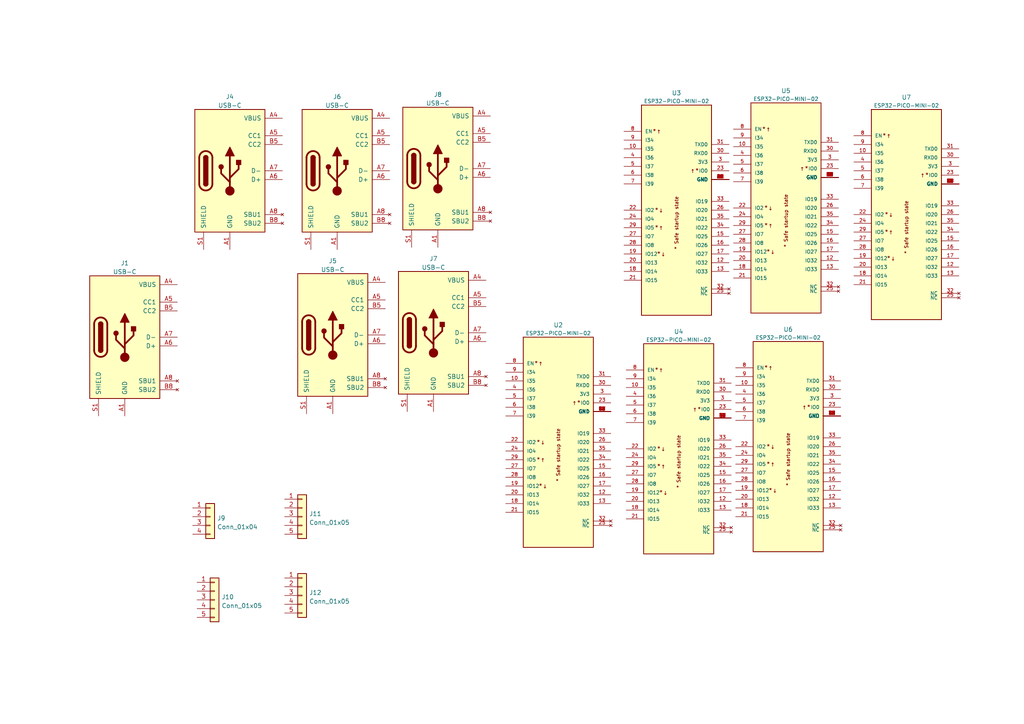
<source format=kicad_sch>
(kicad_sch (version 20231120) (generator "eeschema") (generator_version "8.0")
  (paper "A4")
  (lib_symbols
    (symbol "Connector_Generic:Conn_01x04" (pin_names (offset 1.016) hide)
      (property "Reference" "J" (at 0 5.08 0))
      (property "Value" "Conn_01x04" (at 0 -7.62 0))
      (symbol "Conn_01x04_1_1"
        (rectangle (start -1.27 -4.953) (end 0 -5.207) (stroke (width 0.1524)))
        (rectangle (start -1.27 -2.413) (end 0 -2.667) (stroke (width 0.1524)))
        (rectangle (start -1.27 0.127) (end 0 -0.127) (stroke (width 0.1524)))
        (rectangle (start -1.27 2.667) (end 0 2.413) (stroke (width 0.1524)))
        (rectangle (start -1.27 3.81) (end 1.27 -6.35) (stroke (width 0.254)) (fill (type background)))
        (pin passive line (at -5.08 2.54 0) (length 3.81) (name "Pin_1") (number "1"))
        (pin passive line (at -5.08 0 0) (length 3.81) (name "Pin_2") (number "2"))
        (pin passive line (at -5.08 -2.54 0) (length 3.81) (name "Pin_3") (number "3"))
        (pin passive line (at -5.08 -5.08 0) (length 3.81) (name "Pin_4") (number "4"))
      )
    )
    (symbol "Connector_Generic:Conn_01x05" (pin_names (offset 1.016) hide)
      (property "Reference" "J" (at 0 7.62 0))
      (property "Value" "Conn_01x05" (at 0 -7.62 0))
      (symbol "Conn_01x05_1_1"
        (rectangle (start -1.27 -4.953) (end 0 -5.207) (stroke (width 0.1524)))
        (rectangle (start -1.27 -2.413) (end 0 -2.667) (stroke (width 0.1524)))
        (rectangle (start -1.27 0.127) (end 0 -0.127) (stroke (width 0.1524)))
        (rectangle (start -1.27 2.667) (end 0 2.413) (stroke (width 0.1524)))
        (rectangle (start -1.27 5.207) (end 0 4.953) (stroke (width 0.1524)))
        (rectangle (start -1.27 6.35) (end 1.27 -6.35) (stroke (width 0.254)) (fill (type background)))
        (pin passive line (at -5.08 5.08 0) (length 3.81) (name "Pin_1") (number "1"))
        (pin passive line (at -5.08 2.54 0) (length 3.81) (name "Pin_2") (number "2"))
        (pin passive line (at -5.08 0 0) (length 3.81) (name "Pin_3") (number "3"))
        (pin passive line (at -5.08 -2.54 0) (length 3.81) (name "Pin_4") (number "4"))
        (pin passive line (at -5.08 -5.08 0) (length 3.81) (name "Pin_5") (number "5"))
      )
    )
    (symbol "RevK:ESP32-PICO-MINI-02" (pin_names (offset 1.016))
      (property "Reference" "U" (at -10.16 -33.02 0))
      (property "Value" "ESP32-PICO-MINI-02" (at 0 27.94 0))
      (symbol "ESP32-PICO-MINI-02_0_0"
        (rectangle (start -10.16 -30.48) (end 10.16 30.48) (stroke (width 0.254)) (fill (type background)))
        (text "* Safe startup state" (at 0 -11.43 900) (effects (font (size 1 1)) (justify left)))
        (text "*↑" (at -6.985 22.86 0) (effects (font (size 1.27 1.27)) (justify left)))
        (text "*↑" (at -6.35 -5.08 0) (effects (font (size 1.27 1.27)) (justify left)))
        (text "*↓" (at -6.35 0 0) (effects (font (size 1.27 1.27)) (justify left)))
        (text "*↓" (at -5.715 -12.7 0) (effects (font (size 1.27 1.27)) (justify left)))
        (text "↑*" (at 3.81 11.43 0) (effects (font (size 1.27 1.27)) (justify left)))
        (pin power_in line (at 15.24 8.89 180) (length 5.08) (name "GND") (number "1"))
        (pin input line (at -15.24 17.78 0) (length 5.08) (name "I35") (number "10"))
        (pin power_in line (at 15.24 8.89 180) (length 5.08) (name "GND") (number "11"))
        (pin bidirectional line (at 15.24 -15.24 180) (length 5.08) (name "IO32") (number "12"))
        (pin bidirectional line (at 15.24 -17.78 180) (length 5.08) (name "IO33") (number "13"))
        (pin power_in line (at 15.24 8.89 180) (length 5.08) (name "GND") (number "14"))
        (pin bidirectional line (at 15.24 -7.62 180) (length 5.08) (name "IO25") (number "15"))
        (pin bidirectional line (at 15.24 -10.16 180) (length 5.08) (name "IO26") (number "16"))
        (pin bidirectional line (at 15.24 -12.7 180) (length 5.08) (name "IO27") (number "17"))
        (pin bidirectional line (at -15.24 -17.78 0) (length 5.08) (name "IO14") (number "18"))
        (pin bidirectional line (at -15.24 -12.7 0) (length 5.08) (name "IO12") (number "19"))
        (pin power_in line (at 15.24 8.89 180) (length 5.08) (name "GND") (number "2"))
        (pin bidirectional line (at -15.24 -15.24 0) (length 5.08) (name "IO13") (number "20"))
        (pin bidirectional line (at -15.24 -20.32 0) (length 5.08) (name "IO15") (number "21"))
        (pin bidirectional line (at -15.24 0 0) (length 5.08) (name "IO2") (number "22"))
        (pin bidirectional line (at 15.24 11.43 180) (length 5.08) (name "IO0") (number "23"))
        (pin bidirectional line (at -15.24 -2.54 0) (length 5.08) (name "IO4") (number "24"))
        (pin no_connect line (at 15.24 -24.13 180) (length 5.08) (name "NC") (number "25"))
        (pin bidirectional line (at 15.24 0 180) (length 5.08) (name "IO20") (number "26"))
        (pin bidirectional line (at -15.24 -7.62 0) (length 5.08) (name "IO7") (number "27"))
        (pin bidirectional line (at -15.24 -10.16 0) (length 5.08) (name "IO8") (number "28"))
        (pin bidirectional line (at -15.24 -5.08 0) (length 5.08) (name "IO5") (number "29"))
        (pin power_in line (at 15.24 13.97 180) (length 5.08) (name "3V3") (number "3"))
        (pin bidirectional line (at 15.24 16.51 180) (length 5.08) (name "RXD0") (number "30"))
        (pin bidirectional line (at 15.24 19.05 180) (length 5.08) (name "TXD0") (number "31"))
        (pin no_connect line (at 15.24 -22.86 180) (length 5.08) (name "NC") (number "32"))
        (pin bidirectional line (at 15.24 2.54 180) (length 5.08) (name "IO19") (number "33"))
        (pin bidirectional line (at 15.24 -5.08 180) (length 5.08) (name "IO22") (number "34"))
        (pin bidirectional line (at 15.24 -2.54 180) (length 5.08) (name "IO21") (number "35"))
        (pin power_in line (at 15.24 8.89 180) (length 5.08) (name "GND") (number "36"))
        (pin power_in line (at 15.24 8.89 180) (length 5.08) (name "GND") (number "37"))
        (pin power_in line (at 15.24 8.89 180) (length 5.08) (name "GND") (number "38"))
        (pin power_in line (at 15.24 8.89 180) (length 5.08) (name "GND") (number "39"))
        (pin input line (at -15.24 15.24 0) (length 5.08) (name "I36") (number "4"))
        (pin power_in line (at 15.24 8.89 180) (length 5.08) (name "GND") (number "40"))
        (pin power_in line (at 15.24 8.89 180) (length 5.08) (name "GND") (number "41"))
        (pin power_in line (at 15.24 8.89 180) (length 5.08) (name "GND") (number "42"))
        (pin power_in line (at 15.24 8.89 180) (length 5.08) (name "GND") (number "43"))
        (pin power_in line (at 15.24 8.89 180) (length 5.08) (name "GND") (number "44"))
        (pin power_in line (at 15.24 8.89 180) (length 5.08) (name "GND") (number "45"))
        (pin power_in line (at 15.24 8.89 180) (length 5.08) (name "GND") (number "46"))
        (pin power_in line (at 15.24 8.89 180) (length 5.08) (name "GND") (number "47"))
        (pin power_in line (at 15.24 8.89 180) (length 5.08) (name "GND") (number "48"))
        (pin power_in line (at 15.24 8.89 180) (length 5.08) (name "GND") (number "49"))
        (pin input line (at -15.24 12.7 0) (length 5.08) (name "I37") (number "5"))
        (pin power_in line (at 15.24 8.89 180) (length 5.08) (name "GND") (number "50"))
        (pin power_in line (at 15.24 8.89 180) (length 5.08) (name "GND") (number "51"))
        (pin power_in line (at 15.24 8.89 180) (length 5.08) (name "GND") (number "52"))
        (pin power_in line (at 15.24 8.89 180) (length 5.08) (name "GND") (number "53"))
        (pin input line (at -15.24 10.16 0) (length 5.08) (name "I38") (number "6"))
        (pin input line (at -15.24 7.62 0) (length 5.08) (name "I39") (number "7"))
        (pin input line (at -15.24 22.86 0) (length 5.08) (name "EN") (number "8"))
        (pin input line (at -15.24 20.32 0) (length 5.08) (name "I34") (number "9"))
      )
    )
    (symbol "RevK:USB-C" (pin_names (offset 1.016))
      (property "Reference" "J" (at -10.16 19.05 0))
      (property "Value" "USB-C" (at -7.62 15.24 0))
      (symbol "USB-C_0_1"
        (rectangle (start -10.16 17.78) (end 10.16 -17.78) (stroke (width 0.254)) (fill (type background)))
        (arc (start -8.89 -3.81) (mid -6.985 -5.7066) (end -5.08 -3.81) (stroke (width 0.508)))
        (arc (start -7.62 -3.81) (mid -6.985 -4.4422) (end -6.35 -3.81) (stroke (width 0.254)))
        (arc (start -7.62 -3.81) (mid -6.985 -4.4422) (end -6.35 -3.81) (stroke (width 0.254)) (fill (type outline)))
        (rectangle (start -7.62 -3.81) (end -6.35 3.81) (stroke (width 0.254)) (fill (type outline)))
        (arc (start -6.35 3.81) (mid -6.985 4.4422) (end -7.62 3.81) (stroke (width 0.254)))
        (arc (start -6.35 3.81) (mid -6.985 4.4422) (end -7.62 3.81) (stroke (width 0.254)) (fill (type outline)))
        (arc (start -5.08 3.81) (mid -6.985 5.7066) (end -8.89 3.81) (stroke (width 0.508)))
        (circle (center -2.54 1.143) (radius 0.635) (stroke (width 0.254)) (fill (type outline)))
        (circle (center 0 -5.842) (radius 1.27) (fill (type outline)))
        (polyline (pts (xy -8.89 -3.81) (xy -8.89 3.81)) (stroke (width 0.508)))
        (polyline (pts (xy -5.08 3.81) (xy -5.08 -3.81)) (stroke (width 0.508)))
        (polyline (pts (xy 0 -5.842) (xy 0 4.318)) (stroke (width 0.508)))
        (polyline (pts (xy 0 -3.302) (xy -2.54 -0.762) (xy -2.54 0.508)) (stroke (width 0.508)))
        (polyline (pts (xy 0 -2.032) (xy 2.54 0.508) (xy 2.54 1.778)) (stroke (width 0.508)))
        (polyline (pts (xy -1.27 4.318) (xy 0 6.858) (xy 1.27 4.318) (xy -1.27 4.318)) (stroke (width 0.254)) (fill (type outline)))
        (rectangle (start 1.905 1.778) (end 3.175 3.048) (stroke (width 0.254)) (fill (type outline)))
      )
      (symbol "USB-C_1_1"
        (pin power_out line (at 0 -22.86 90) (length 5.08) (name "GND") (number "A1"))
        (pin passive line (at 0 -22.86 90) (length 5.08) hide (name "GND") (number "A12"))
        (pin power_out line (at 15.24 15.24 180) (length 5.08) (name "VBUS") (number "A4"))
        (pin bidirectional line (at 15.24 10.16 180) (length 5.08) (name "CC1") (number "A5"))
        (pin bidirectional line (at 15.24 -2.54 180) (length 5.08) (name "D+") (number "A6"))
        (pin bidirectional line (at 15.24 0 180) (length 5.08) (name "D-") (number "A7"))
        (pin no_connect line (at 15.24 -12.7 180) (length 5.08) (name "SBU1") (number "A8"))
        (pin passive line (at 15.24 15.24 180) (length 5.08) hide (name "VBUS") (number "A9"))
        (pin passive line (at 0 -22.86 90) (length 5.08) hide (name "GND") (number "B1"))
        (pin passive line (at 0 -22.86 90) (length 5.08) hide (name "GND") (number "B12"))
        (pin passive line (at 15.24 15.24 180) (length 5.08) hide (name "VBUS") (number "B4"))
        (pin bidirectional line (at 15.24 7.62 180) (length 5.08) (name "CC2") (number "B5"))
        (pin bidirectional line (at 15.24 -2.54 180) (length 5.08) hide (name "D+") (number "B6"))
        (pin bidirectional line (at 15.24 0 180) (length 5.08) hide (name "D-") (number "B7"))
        (pin no_connect line (at 15.24 -15.24 180) (length 5.08) (name "SBU2") (number "B8"))
        (pin passive line (at 15.24 15.24 180) (length 5.08) hide (name "VBUS") (number "B9"))
        (pin passive line (at -7.62 -22.86 90) (length 5.08) (name "SHIELD") (number "S1"))
      )
    )
  )
  (symbol (lib_id "RevK:ESP32-PICO-MINI-02") (at 262.89 62.23 0) (unit 1)
    (property "Reference" "U7" (at 262.89 28.2398 0))
    (property "Value" "ESP32-PICO-MINI-02" (at 262.89 30.6239 0) (effects (font (size 1.1 1.1))))
    (property "Footprint" "RevK:ESP32-PICO-MINI-02" (effects (hide yes)))
    (property "MANUFACTURER" "Espressif" (effects (hide yes)))
    (property "MAXIMUM_PACKAGE_HEIGHT" "2.55mm" (effects (hide yes)))
    (property "PARTREV" "v1.0" (effects (hide yes)))
    (property "STANDARD" "Manufacturer Recommendations" (effects (hide yes)))
  )
  (symbol (lib_id "RevK:ESP32-PICO-MINI-02") (at 196.215 60.96 0) (unit 1)
    (property "Reference" "U3" (at 196.215 26.9698 0))
    (property "Value" "ESP32-PICO-MINI-02" (at 196.215 29.3539 0) (effects (font (size 1.1 1.1))))
    (property "Footprint" "RevK:ESP32-PICO-MINI-02" (effects (hide yes)))
    (property "MANUFACTURER" "Espressif" (effects (hide yes)))
    (property "MAXIMUM_PACKAGE_HEIGHT" "2.55mm" (effects (hide yes)))
    (property "PARTREV" "v1.0" (effects (hide yes)))
    (property "STANDARD" "Manufacturer Recommendations" (effects (hide yes)))
  )
  (symbol (lib_id "Connector_Generic:Conn_01x04") (at 60.96 149.86 0) (unit 1)
    (property "Reference" "J9" (at 62.992 150.2953 0) (effects (justify left)))
    (property "Value" "Conn_01x04" (at 62.992 152.8322 0) (effects (justify left)))
    (property "Footprint" "RevK:JLC-PinHeader_1x04_P2.54mm_Right" (effects (hide yes)))
  )
  (symbol (lib_id "RevK:ESP32-PICO-MINI-02") (at 196.85 130.175 0) (unit 1)
    (property "Reference" "U4" (at 196.85 96.1848 0))
    (property "Value" "ESP32-PICO-MINI-02" (at 196.85 98.5689 0) (effects (font (size 1.1 1.1))))
    (property "Footprint" "RevK:ESP32-PICO-MINI-02" (effects (hide yes)))
    (property "MANUFACTURER" "Espressif" (effects (hide yes)))
    (property "MAXIMUM_PACKAGE_HEIGHT" "2.55mm" (effects (hide yes)))
    (property "PARTREV" "v1.0" (effects (hide yes)))
    (property "STANDARD" "Manufacturer Recommendations" (effects (hide yes)))
  )
  (symbol (lib_id "RevK:ESP32-PICO-MINI-02") (at 228.6 129.54 0) (unit 1)
    (property "Reference" "U6" (at 228.6 95.5498 0))
    (property "Value" "ESP32-PICO-MINI-02" (at 228.6 97.9339 0) (effects (font (size 1.1 1.1))))
    (property "Footprint" "RevK:ESP32-PICO-MINI-02" (effects (hide yes)))
    (property "MANUFACTURER" "Espressif" (effects (hide yes)))
    (property "MAXIMUM_PACKAGE_HEIGHT" "2.55mm" (effects (hide yes)))
    (property "PARTREV" "v1.0" (effects (hide yes)))
    (property "STANDARD" "Manufacturer Recommendations" (effects (hide yes)))
  )
  (symbol (lib_id "RevK:USB-C") (at 36.195 97.79 0) (unit 1)
    (property "Reference" "J1" (at 36.195 76.3102 0))
    (property "Value" "USB-C" (at 36.195 78.8471 0))
    (property "Footprint" "RevK:USC16-TR-Round" (effects (hide yes)))
  )
  (symbol (lib_id "RevK:USB-C") (at 97.79 49.53 0) (unit 1)
    (property "Reference" "J6" (at 97.79 28.0502 0))
    (property "Value" "USB-C" (at 97.79 30.5871 0))
    (property "Footprint" "RevK:USC16-TR-Round" (effects (hide yes)))
  )
  (symbol (lib_id "RevK:USB-C") (at 125.73 96.52 0) (unit 1)
    (property "Reference" "J7" (at 125.73 75.0402 0))
    (property "Value" "USB-C" (at 125.73 77.5771 0))
    (property "Footprint" "RevK:USC16-TR-Round" (effects (hide yes)))
  )
  (symbol (lib_id "Connector_Generic:Conn_01x05") (at 87.63 172.72 0) (unit 1)
    (property "Reference" "J12" (at 89.662 171.8853 0) (effects (justify left)))
    (property "Value" "Conn_01x05" (at 89.662 174.4222 0) (effects (justify left)))
    (property "Footprint" "RevK:PTSM-HH-5-RA-P-SMD" (effects (hide yes)))
  )
  (symbol (lib_id "RevK:ESP32-PICO-MINI-02") (at 161.925 128.27 0) (unit 1)
    (property "Reference" "U2" (at 161.925 94.2798 0))
    (property "Value" "ESP32-PICO-MINI-02" (at 161.925 96.6639 0) (effects (font (size 1.1 1.1))))
    (property "Footprint" "RevK:ESP32-PICO-MINI-02" (effects (hide yes)))
    (property "MANUFACTURER" "Espressif" (effects (hide yes)))
    (property "MAXIMUM_PACKAGE_HEIGHT" "2.55mm" (effects (hide yes)))
    (property "PARTREV" "v1.0" (effects (hide yes)))
    (property "STANDARD" "Manufacturer Recommendations" (effects (hide yes)))
  )
  (symbol (lib_id "RevK:USB-C") (at 127 48.895 0) (unit 1)
    (property "Reference" "J8" (at 127 27.4152 0))
    (property "Value" "USB-C" (at 127 29.9521 0))
    (property "Footprint" "RevK:USC16-TR-Round" (effects (hide yes)))
  )
  (symbol (lib_id "Connector_Generic:Conn_01x05") (at 87.63 149.86 0) (unit 1)
    (property "Reference" "J11" (at 89.662 149.0253 0) (effects (justify left)))
    (property "Value" "Conn_01x05" (at 89.662 151.5622 0) (effects (justify left)))
    (property "Footprint" "RevK:PTSM-HH-5-RA" (effects (hide yes)))
  )
  (symbol (lib_id "Connector_Generic:Conn_01x05") (at 62.23 173.99 0) (unit 1)
    (property "Reference" "J10" (at 64.262 173.1553 0) (effects (justify left)))
    (property "Value" "Conn_01x05" (at 64.262 175.6922 0) (effects (justify left)))
    (property "Footprint" "RevK:PTSM-HH-5-RA-P" (effects (hide yes)))
  )
  (symbol (lib_id "RevK:USB-C") (at 66.675 49.53 0) (unit 1)
    (property "Reference" "J4" (at 66.675 28.0502 0))
    (property "Value" "USB-C" (at 66.675 30.5871 0))
    (property "Footprint" "RevK:USC16-TR-Round" (effects (hide yes)))
  )
  (symbol (lib_id "RevK:USB-C") (at 96.52 97.155 0) (unit 1)
    (property "Reference" "J5" (at 96.52 75.6752 0))
    (property "Value" "USB-C" (at 96.52 78.2121 0))
    (property "Footprint" "RevK:USC16-TR-Round" (effects (hide yes)))
  )
  (symbol (lib_id "RevK:ESP32-PICO-MINI-02") (at 227.965 60.325 0) (unit 1)
    (property "Reference" "U5" (at 227.965 26.3348 0))
    (property "Value" "ESP32-PICO-MINI-02" (at 227.965 28.7189 0) (effects (font (size 1.1 1.1))))
    (property "Footprint" "RevK:ESP32-PICO-MINI-02" (effects (hide yes)))
    (property "MANUFACTURER" "Espressif" (effects (hide yes)))
    (property "MAXIMUM_PACKAGE_HEIGHT" "2.55mm" (effects (hide yes)))
    (property "PARTREV" "v1.0" (effects (hide yes)))
    (property "STANDARD" "Manufacturer Recommendations" (effects (hide yes)))
  )
)
</source>
